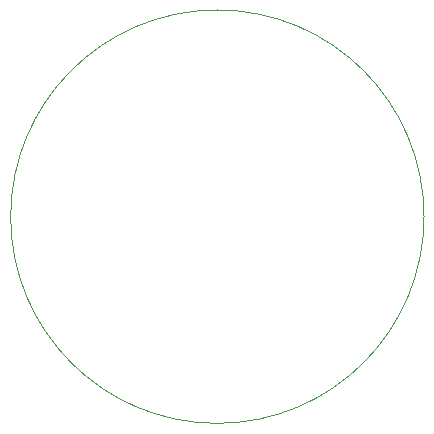
<source format=gbr>
G04 #@! TF.GenerationSoftware,KiCad,Pcbnew,5.1.5-52549c5~84~ubuntu18.04.1*
G04 #@! TF.CreationDate,2020-01-15T10:03:58+01:00*
G04 #@! TF.ProjectId,geneva,67656e65-7661-42e6-9b69-6361645f7063,rev?*
G04 #@! TF.SameCoordinates,Original*
G04 #@! TF.FileFunction,Profile,NP*
%FSLAX46Y46*%
G04 Gerber Fmt 4.6, Leading zero omitted, Abs format (unit mm)*
G04 Created by KiCad (PCBNEW 5.1.5-52549c5~84~ubuntu18.04.1) date 2020-01-15 10:03:58*
%MOMM*%
%LPD*%
G04 APERTURE LIST*
%ADD10C,0.050000*%
G04 APERTURE END LIST*
D10*
X117500000Y-100000000D02*
G75*
G03X117500000Y-100000000I-17500000J0D01*
G01*
M02*

</source>
